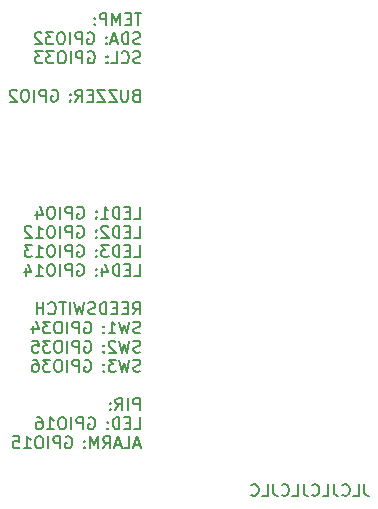
<source format=gbr>
%TF.GenerationSoftware,KiCad,Pcbnew,(7.0.0)*%
%TF.CreationDate,2023-04-02T16:15:30+02:00*%
%TF.ProjectId,QuinLED-ESP32-Breakout,5175696e-4c45-4442-9d45-535033322d42,rev?*%
%TF.SameCoordinates,Original*%
%TF.FileFunction,Legend,Bot*%
%TF.FilePolarity,Positive*%
%FSLAX46Y46*%
G04 Gerber Fmt 4.6, Leading zero omitted, Abs format (unit mm)*
G04 Created by KiCad (PCBNEW (7.0.0)) date 2023-04-02 16:15:30*
%MOMM*%
%LPD*%
G01*
G04 APERTURE LIST*
%ADD10C,0.150000*%
G04 APERTURE END LIST*
D10*
X171181876Y-119668790D02*
X171181876Y-120383076D01*
X171181876Y-120383076D02*
X171229495Y-120525933D01*
X171229495Y-120525933D02*
X171324733Y-120621171D01*
X171324733Y-120621171D02*
X171467590Y-120668790D01*
X171467590Y-120668790D02*
X171562828Y-120668790D01*
X170229495Y-120668790D02*
X170705685Y-120668790D01*
X170705685Y-120668790D02*
X170705685Y-119668790D01*
X169324733Y-120573552D02*
X169372352Y-120621171D01*
X169372352Y-120621171D02*
X169515209Y-120668790D01*
X169515209Y-120668790D02*
X169610447Y-120668790D01*
X169610447Y-120668790D02*
X169753304Y-120621171D01*
X169753304Y-120621171D02*
X169848542Y-120525933D01*
X169848542Y-120525933D02*
X169896161Y-120430695D01*
X169896161Y-120430695D02*
X169943780Y-120240219D01*
X169943780Y-120240219D02*
X169943780Y-120097362D01*
X169943780Y-120097362D02*
X169896161Y-119906886D01*
X169896161Y-119906886D02*
X169848542Y-119811648D01*
X169848542Y-119811648D02*
X169753304Y-119716410D01*
X169753304Y-119716410D02*
X169610447Y-119668790D01*
X169610447Y-119668790D02*
X169515209Y-119668790D01*
X169515209Y-119668790D02*
X169372352Y-119716410D01*
X169372352Y-119716410D02*
X169324733Y-119764029D01*
X168610447Y-119668790D02*
X168610447Y-120383076D01*
X168610447Y-120383076D02*
X168658066Y-120525933D01*
X168658066Y-120525933D02*
X168753304Y-120621171D01*
X168753304Y-120621171D02*
X168896161Y-120668790D01*
X168896161Y-120668790D02*
X168991399Y-120668790D01*
X167658066Y-120668790D02*
X168134256Y-120668790D01*
X168134256Y-120668790D02*
X168134256Y-119668790D01*
X166753304Y-120573552D02*
X166800923Y-120621171D01*
X166800923Y-120621171D02*
X166943780Y-120668790D01*
X166943780Y-120668790D02*
X167039018Y-120668790D01*
X167039018Y-120668790D02*
X167181875Y-120621171D01*
X167181875Y-120621171D02*
X167277113Y-120525933D01*
X167277113Y-120525933D02*
X167324732Y-120430695D01*
X167324732Y-120430695D02*
X167372351Y-120240219D01*
X167372351Y-120240219D02*
X167372351Y-120097362D01*
X167372351Y-120097362D02*
X167324732Y-119906886D01*
X167324732Y-119906886D02*
X167277113Y-119811648D01*
X167277113Y-119811648D02*
X167181875Y-119716410D01*
X167181875Y-119716410D02*
X167039018Y-119668790D01*
X167039018Y-119668790D02*
X166943780Y-119668790D01*
X166943780Y-119668790D02*
X166800923Y-119716410D01*
X166800923Y-119716410D02*
X166753304Y-119764029D01*
X166039018Y-119668790D02*
X166039018Y-120383076D01*
X166039018Y-120383076D02*
X166086637Y-120525933D01*
X166086637Y-120525933D02*
X166181875Y-120621171D01*
X166181875Y-120621171D02*
X166324732Y-120668790D01*
X166324732Y-120668790D02*
X166419970Y-120668790D01*
X165086637Y-120668790D02*
X165562827Y-120668790D01*
X165562827Y-120668790D02*
X165562827Y-119668790D01*
X164181875Y-120573552D02*
X164229494Y-120621171D01*
X164229494Y-120621171D02*
X164372351Y-120668790D01*
X164372351Y-120668790D02*
X164467589Y-120668790D01*
X164467589Y-120668790D02*
X164610446Y-120621171D01*
X164610446Y-120621171D02*
X164705684Y-120525933D01*
X164705684Y-120525933D02*
X164753303Y-120430695D01*
X164753303Y-120430695D02*
X164800922Y-120240219D01*
X164800922Y-120240219D02*
X164800922Y-120097362D01*
X164800922Y-120097362D02*
X164753303Y-119906886D01*
X164753303Y-119906886D02*
X164705684Y-119811648D01*
X164705684Y-119811648D02*
X164610446Y-119716410D01*
X164610446Y-119716410D02*
X164467589Y-119668790D01*
X164467589Y-119668790D02*
X164372351Y-119668790D01*
X164372351Y-119668790D02*
X164229494Y-119716410D01*
X164229494Y-119716410D02*
X164181875Y-119764029D01*
X163467589Y-119668790D02*
X163467589Y-120383076D01*
X163467589Y-120383076D02*
X163515208Y-120525933D01*
X163515208Y-120525933D02*
X163610446Y-120621171D01*
X163610446Y-120621171D02*
X163753303Y-120668790D01*
X163753303Y-120668790D02*
X163848541Y-120668790D01*
X162515208Y-120668790D02*
X162991398Y-120668790D01*
X162991398Y-120668790D02*
X162991398Y-119668790D01*
X161610446Y-120573552D02*
X161658065Y-120621171D01*
X161658065Y-120621171D02*
X161800922Y-120668790D01*
X161800922Y-120668790D02*
X161896160Y-120668790D01*
X161896160Y-120668790D02*
X162039017Y-120621171D01*
X162039017Y-120621171D02*
X162134255Y-120525933D01*
X162134255Y-120525933D02*
X162181874Y-120430695D01*
X162181874Y-120430695D02*
X162229493Y-120240219D01*
X162229493Y-120240219D02*
X162229493Y-120097362D01*
X162229493Y-120097362D02*
X162181874Y-119906886D01*
X162181874Y-119906886D02*
X162134255Y-119811648D01*
X162134255Y-119811648D02*
X162039017Y-119716410D01*
X162039017Y-119716410D02*
X161896160Y-119668790D01*
X161896160Y-119668790D02*
X161800922Y-119668790D01*
X161800922Y-119668790D02*
X161658065Y-119716410D01*
X161658065Y-119716410D02*
X161610446Y-119764029D01*
X151685714Y-97182380D02*
X152161904Y-97182380D01*
X152161904Y-97182380D02*
X152161904Y-96182380D01*
X151352380Y-96658571D02*
X151019047Y-96658571D01*
X150876190Y-97182380D02*
X151352380Y-97182380D01*
X151352380Y-97182380D02*
X151352380Y-96182380D01*
X151352380Y-96182380D02*
X150876190Y-96182380D01*
X150447618Y-97182380D02*
X150447618Y-96182380D01*
X150447618Y-96182380D02*
X150209523Y-96182380D01*
X150209523Y-96182380D02*
X150066666Y-96230000D01*
X150066666Y-96230000D02*
X149971428Y-96325238D01*
X149971428Y-96325238D02*
X149923809Y-96420476D01*
X149923809Y-96420476D02*
X149876190Y-96610952D01*
X149876190Y-96610952D02*
X149876190Y-96753809D01*
X149876190Y-96753809D02*
X149923809Y-96944285D01*
X149923809Y-96944285D02*
X149971428Y-97039523D01*
X149971428Y-97039523D02*
X150066666Y-97134761D01*
X150066666Y-97134761D02*
X150209523Y-97182380D01*
X150209523Y-97182380D02*
X150447618Y-97182380D01*
X148923809Y-97182380D02*
X149495237Y-97182380D01*
X149209523Y-97182380D02*
X149209523Y-96182380D01*
X149209523Y-96182380D02*
X149304761Y-96325238D01*
X149304761Y-96325238D02*
X149399999Y-96420476D01*
X149399999Y-96420476D02*
X149495237Y-96468095D01*
X148495237Y-97087142D02*
X148447618Y-97134761D01*
X148447618Y-97134761D02*
X148495237Y-97182380D01*
X148495237Y-97182380D02*
X148542856Y-97134761D01*
X148542856Y-97134761D02*
X148495237Y-97087142D01*
X148495237Y-97087142D02*
X148495237Y-97182380D01*
X148495237Y-96563333D02*
X148447618Y-96610952D01*
X148447618Y-96610952D02*
X148495237Y-96658571D01*
X148495237Y-96658571D02*
X148542856Y-96610952D01*
X148542856Y-96610952D02*
X148495237Y-96563333D01*
X148495237Y-96563333D02*
X148495237Y-96658571D01*
X146895238Y-96230000D02*
X146990476Y-96182380D01*
X146990476Y-96182380D02*
X147133333Y-96182380D01*
X147133333Y-96182380D02*
X147276190Y-96230000D01*
X147276190Y-96230000D02*
X147371428Y-96325238D01*
X147371428Y-96325238D02*
X147419047Y-96420476D01*
X147419047Y-96420476D02*
X147466666Y-96610952D01*
X147466666Y-96610952D02*
X147466666Y-96753809D01*
X147466666Y-96753809D02*
X147419047Y-96944285D01*
X147419047Y-96944285D02*
X147371428Y-97039523D01*
X147371428Y-97039523D02*
X147276190Y-97134761D01*
X147276190Y-97134761D02*
X147133333Y-97182380D01*
X147133333Y-97182380D02*
X147038095Y-97182380D01*
X147038095Y-97182380D02*
X146895238Y-97134761D01*
X146895238Y-97134761D02*
X146847619Y-97087142D01*
X146847619Y-97087142D02*
X146847619Y-96753809D01*
X146847619Y-96753809D02*
X147038095Y-96753809D01*
X146419047Y-97182380D02*
X146419047Y-96182380D01*
X146419047Y-96182380D02*
X146038095Y-96182380D01*
X146038095Y-96182380D02*
X145942857Y-96230000D01*
X145942857Y-96230000D02*
X145895238Y-96277619D01*
X145895238Y-96277619D02*
X145847619Y-96372857D01*
X145847619Y-96372857D02*
X145847619Y-96515714D01*
X145847619Y-96515714D02*
X145895238Y-96610952D01*
X145895238Y-96610952D02*
X145942857Y-96658571D01*
X145942857Y-96658571D02*
X146038095Y-96706190D01*
X146038095Y-96706190D02*
X146419047Y-96706190D01*
X145419047Y-97182380D02*
X145419047Y-96182380D01*
X144752381Y-96182380D02*
X144561905Y-96182380D01*
X144561905Y-96182380D02*
X144466667Y-96230000D01*
X144466667Y-96230000D02*
X144371429Y-96325238D01*
X144371429Y-96325238D02*
X144323810Y-96515714D01*
X144323810Y-96515714D02*
X144323810Y-96849047D01*
X144323810Y-96849047D02*
X144371429Y-97039523D01*
X144371429Y-97039523D02*
X144466667Y-97134761D01*
X144466667Y-97134761D02*
X144561905Y-97182380D01*
X144561905Y-97182380D02*
X144752381Y-97182380D01*
X144752381Y-97182380D02*
X144847619Y-97134761D01*
X144847619Y-97134761D02*
X144942857Y-97039523D01*
X144942857Y-97039523D02*
X144990476Y-96849047D01*
X144990476Y-96849047D02*
X144990476Y-96515714D01*
X144990476Y-96515714D02*
X144942857Y-96325238D01*
X144942857Y-96325238D02*
X144847619Y-96230000D01*
X144847619Y-96230000D02*
X144752381Y-96182380D01*
X143466667Y-96515714D02*
X143466667Y-97182380D01*
X143704762Y-96134761D02*
X143942857Y-96849047D01*
X143942857Y-96849047D02*
X143323810Y-96849047D01*
X151685714Y-98802380D02*
X152161904Y-98802380D01*
X152161904Y-98802380D02*
X152161904Y-97802380D01*
X151352380Y-98278571D02*
X151019047Y-98278571D01*
X150876190Y-98802380D02*
X151352380Y-98802380D01*
X151352380Y-98802380D02*
X151352380Y-97802380D01*
X151352380Y-97802380D02*
X150876190Y-97802380D01*
X150447618Y-98802380D02*
X150447618Y-97802380D01*
X150447618Y-97802380D02*
X150209523Y-97802380D01*
X150209523Y-97802380D02*
X150066666Y-97850000D01*
X150066666Y-97850000D02*
X149971428Y-97945238D01*
X149971428Y-97945238D02*
X149923809Y-98040476D01*
X149923809Y-98040476D02*
X149876190Y-98230952D01*
X149876190Y-98230952D02*
X149876190Y-98373809D01*
X149876190Y-98373809D02*
X149923809Y-98564285D01*
X149923809Y-98564285D02*
X149971428Y-98659523D01*
X149971428Y-98659523D02*
X150066666Y-98754761D01*
X150066666Y-98754761D02*
X150209523Y-98802380D01*
X150209523Y-98802380D02*
X150447618Y-98802380D01*
X149495237Y-97897619D02*
X149447618Y-97850000D01*
X149447618Y-97850000D02*
X149352380Y-97802380D01*
X149352380Y-97802380D02*
X149114285Y-97802380D01*
X149114285Y-97802380D02*
X149019047Y-97850000D01*
X149019047Y-97850000D02*
X148971428Y-97897619D01*
X148971428Y-97897619D02*
X148923809Y-97992857D01*
X148923809Y-97992857D02*
X148923809Y-98088095D01*
X148923809Y-98088095D02*
X148971428Y-98230952D01*
X148971428Y-98230952D02*
X149542856Y-98802380D01*
X149542856Y-98802380D02*
X148923809Y-98802380D01*
X148495237Y-98707142D02*
X148447618Y-98754761D01*
X148447618Y-98754761D02*
X148495237Y-98802380D01*
X148495237Y-98802380D02*
X148542856Y-98754761D01*
X148542856Y-98754761D02*
X148495237Y-98707142D01*
X148495237Y-98707142D02*
X148495237Y-98802380D01*
X148495237Y-98183333D02*
X148447618Y-98230952D01*
X148447618Y-98230952D02*
X148495237Y-98278571D01*
X148495237Y-98278571D02*
X148542856Y-98230952D01*
X148542856Y-98230952D02*
X148495237Y-98183333D01*
X148495237Y-98183333D02*
X148495237Y-98278571D01*
X146895238Y-97850000D02*
X146990476Y-97802380D01*
X146990476Y-97802380D02*
X147133333Y-97802380D01*
X147133333Y-97802380D02*
X147276190Y-97850000D01*
X147276190Y-97850000D02*
X147371428Y-97945238D01*
X147371428Y-97945238D02*
X147419047Y-98040476D01*
X147419047Y-98040476D02*
X147466666Y-98230952D01*
X147466666Y-98230952D02*
X147466666Y-98373809D01*
X147466666Y-98373809D02*
X147419047Y-98564285D01*
X147419047Y-98564285D02*
X147371428Y-98659523D01*
X147371428Y-98659523D02*
X147276190Y-98754761D01*
X147276190Y-98754761D02*
X147133333Y-98802380D01*
X147133333Y-98802380D02*
X147038095Y-98802380D01*
X147038095Y-98802380D02*
X146895238Y-98754761D01*
X146895238Y-98754761D02*
X146847619Y-98707142D01*
X146847619Y-98707142D02*
X146847619Y-98373809D01*
X146847619Y-98373809D02*
X147038095Y-98373809D01*
X146419047Y-98802380D02*
X146419047Y-97802380D01*
X146419047Y-97802380D02*
X146038095Y-97802380D01*
X146038095Y-97802380D02*
X145942857Y-97850000D01*
X145942857Y-97850000D02*
X145895238Y-97897619D01*
X145895238Y-97897619D02*
X145847619Y-97992857D01*
X145847619Y-97992857D02*
X145847619Y-98135714D01*
X145847619Y-98135714D02*
X145895238Y-98230952D01*
X145895238Y-98230952D02*
X145942857Y-98278571D01*
X145942857Y-98278571D02*
X146038095Y-98326190D01*
X146038095Y-98326190D02*
X146419047Y-98326190D01*
X145419047Y-98802380D02*
X145419047Y-97802380D01*
X144752381Y-97802380D02*
X144561905Y-97802380D01*
X144561905Y-97802380D02*
X144466667Y-97850000D01*
X144466667Y-97850000D02*
X144371429Y-97945238D01*
X144371429Y-97945238D02*
X144323810Y-98135714D01*
X144323810Y-98135714D02*
X144323810Y-98469047D01*
X144323810Y-98469047D02*
X144371429Y-98659523D01*
X144371429Y-98659523D02*
X144466667Y-98754761D01*
X144466667Y-98754761D02*
X144561905Y-98802380D01*
X144561905Y-98802380D02*
X144752381Y-98802380D01*
X144752381Y-98802380D02*
X144847619Y-98754761D01*
X144847619Y-98754761D02*
X144942857Y-98659523D01*
X144942857Y-98659523D02*
X144990476Y-98469047D01*
X144990476Y-98469047D02*
X144990476Y-98135714D01*
X144990476Y-98135714D02*
X144942857Y-97945238D01*
X144942857Y-97945238D02*
X144847619Y-97850000D01*
X144847619Y-97850000D02*
X144752381Y-97802380D01*
X143371429Y-98802380D02*
X143942857Y-98802380D01*
X143657143Y-98802380D02*
X143657143Y-97802380D01*
X143657143Y-97802380D02*
X143752381Y-97945238D01*
X143752381Y-97945238D02*
X143847619Y-98040476D01*
X143847619Y-98040476D02*
X143942857Y-98088095D01*
X142990476Y-97897619D02*
X142942857Y-97850000D01*
X142942857Y-97850000D02*
X142847619Y-97802380D01*
X142847619Y-97802380D02*
X142609524Y-97802380D01*
X142609524Y-97802380D02*
X142514286Y-97850000D01*
X142514286Y-97850000D02*
X142466667Y-97897619D01*
X142466667Y-97897619D02*
X142419048Y-97992857D01*
X142419048Y-97992857D02*
X142419048Y-98088095D01*
X142419048Y-98088095D02*
X142466667Y-98230952D01*
X142466667Y-98230952D02*
X143038095Y-98802380D01*
X143038095Y-98802380D02*
X142419048Y-98802380D01*
X151685714Y-100422380D02*
X152161904Y-100422380D01*
X152161904Y-100422380D02*
X152161904Y-99422380D01*
X151352380Y-99898571D02*
X151019047Y-99898571D01*
X150876190Y-100422380D02*
X151352380Y-100422380D01*
X151352380Y-100422380D02*
X151352380Y-99422380D01*
X151352380Y-99422380D02*
X150876190Y-99422380D01*
X150447618Y-100422380D02*
X150447618Y-99422380D01*
X150447618Y-99422380D02*
X150209523Y-99422380D01*
X150209523Y-99422380D02*
X150066666Y-99470000D01*
X150066666Y-99470000D02*
X149971428Y-99565238D01*
X149971428Y-99565238D02*
X149923809Y-99660476D01*
X149923809Y-99660476D02*
X149876190Y-99850952D01*
X149876190Y-99850952D02*
X149876190Y-99993809D01*
X149876190Y-99993809D02*
X149923809Y-100184285D01*
X149923809Y-100184285D02*
X149971428Y-100279523D01*
X149971428Y-100279523D02*
X150066666Y-100374761D01*
X150066666Y-100374761D02*
X150209523Y-100422380D01*
X150209523Y-100422380D02*
X150447618Y-100422380D01*
X149542856Y-99422380D02*
X148923809Y-99422380D01*
X148923809Y-99422380D02*
X149257142Y-99803333D01*
X149257142Y-99803333D02*
X149114285Y-99803333D01*
X149114285Y-99803333D02*
X149019047Y-99850952D01*
X149019047Y-99850952D02*
X148971428Y-99898571D01*
X148971428Y-99898571D02*
X148923809Y-99993809D01*
X148923809Y-99993809D02*
X148923809Y-100231904D01*
X148923809Y-100231904D02*
X148971428Y-100327142D01*
X148971428Y-100327142D02*
X149019047Y-100374761D01*
X149019047Y-100374761D02*
X149114285Y-100422380D01*
X149114285Y-100422380D02*
X149399999Y-100422380D01*
X149399999Y-100422380D02*
X149495237Y-100374761D01*
X149495237Y-100374761D02*
X149542856Y-100327142D01*
X148495237Y-100327142D02*
X148447618Y-100374761D01*
X148447618Y-100374761D02*
X148495237Y-100422380D01*
X148495237Y-100422380D02*
X148542856Y-100374761D01*
X148542856Y-100374761D02*
X148495237Y-100327142D01*
X148495237Y-100327142D02*
X148495237Y-100422380D01*
X148495237Y-99803333D02*
X148447618Y-99850952D01*
X148447618Y-99850952D02*
X148495237Y-99898571D01*
X148495237Y-99898571D02*
X148542856Y-99850952D01*
X148542856Y-99850952D02*
X148495237Y-99803333D01*
X148495237Y-99803333D02*
X148495237Y-99898571D01*
X146895238Y-99470000D02*
X146990476Y-99422380D01*
X146990476Y-99422380D02*
X147133333Y-99422380D01*
X147133333Y-99422380D02*
X147276190Y-99470000D01*
X147276190Y-99470000D02*
X147371428Y-99565238D01*
X147371428Y-99565238D02*
X147419047Y-99660476D01*
X147419047Y-99660476D02*
X147466666Y-99850952D01*
X147466666Y-99850952D02*
X147466666Y-99993809D01*
X147466666Y-99993809D02*
X147419047Y-100184285D01*
X147419047Y-100184285D02*
X147371428Y-100279523D01*
X147371428Y-100279523D02*
X147276190Y-100374761D01*
X147276190Y-100374761D02*
X147133333Y-100422380D01*
X147133333Y-100422380D02*
X147038095Y-100422380D01*
X147038095Y-100422380D02*
X146895238Y-100374761D01*
X146895238Y-100374761D02*
X146847619Y-100327142D01*
X146847619Y-100327142D02*
X146847619Y-99993809D01*
X146847619Y-99993809D02*
X147038095Y-99993809D01*
X146419047Y-100422380D02*
X146419047Y-99422380D01*
X146419047Y-99422380D02*
X146038095Y-99422380D01*
X146038095Y-99422380D02*
X145942857Y-99470000D01*
X145942857Y-99470000D02*
X145895238Y-99517619D01*
X145895238Y-99517619D02*
X145847619Y-99612857D01*
X145847619Y-99612857D02*
X145847619Y-99755714D01*
X145847619Y-99755714D02*
X145895238Y-99850952D01*
X145895238Y-99850952D02*
X145942857Y-99898571D01*
X145942857Y-99898571D02*
X146038095Y-99946190D01*
X146038095Y-99946190D02*
X146419047Y-99946190D01*
X145419047Y-100422380D02*
X145419047Y-99422380D01*
X144752381Y-99422380D02*
X144561905Y-99422380D01*
X144561905Y-99422380D02*
X144466667Y-99470000D01*
X144466667Y-99470000D02*
X144371429Y-99565238D01*
X144371429Y-99565238D02*
X144323810Y-99755714D01*
X144323810Y-99755714D02*
X144323810Y-100089047D01*
X144323810Y-100089047D02*
X144371429Y-100279523D01*
X144371429Y-100279523D02*
X144466667Y-100374761D01*
X144466667Y-100374761D02*
X144561905Y-100422380D01*
X144561905Y-100422380D02*
X144752381Y-100422380D01*
X144752381Y-100422380D02*
X144847619Y-100374761D01*
X144847619Y-100374761D02*
X144942857Y-100279523D01*
X144942857Y-100279523D02*
X144990476Y-100089047D01*
X144990476Y-100089047D02*
X144990476Y-99755714D01*
X144990476Y-99755714D02*
X144942857Y-99565238D01*
X144942857Y-99565238D02*
X144847619Y-99470000D01*
X144847619Y-99470000D02*
X144752381Y-99422380D01*
X143371429Y-100422380D02*
X143942857Y-100422380D01*
X143657143Y-100422380D02*
X143657143Y-99422380D01*
X143657143Y-99422380D02*
X143752381Y-99565238D01*
X143752381Y-99565238D02*
X143847619Y-99660476D01*
X143847619Y-99660476D02*
X143942857Y-99708095D01*
X143038095Y-99422380D02*
X142419048Y-99422380D01*
X142419048Y-99422380D02*
X142752381Y-99803333D01*
X142752381Y-99803333D02*
X142609524Y-99803333D01*
X142609524Y-99803333D02*
X142514286Y-99850952D01*
X142514286Y-99850952D02*
X142466667Y-99898571D01*
X142466667Y-99898571D02*
X142419048Y-99993809D01*
X142419048Y-99993809D02*
X142419048Y-100231904D01*
X142419048Y-100231904D02*
X142466667Y-100327142D01*
X142466667Y-100327142D02*
X142514286Y-100374761D01*
X142514286Y-100374761D02*
X142609524Y-100422380D01*
X142609524Y-100422380D02*
X142895238Y-100422380D01*
X142895238Y-100422380D02*
X142990476Y-100374761D01*
X142990476Y-100374761D02*
X143038095Y-100327142D01*
X151685714Y-102042380D02*
X152161904Y-102042380D01*
X152161904Y-102042380D02*
X152161904Y-101042380D01*
X151352380Y-101518571D02*
X151019047Y-101518571D01*
X150876190Y-102042380D02*
X151352380Y-102042380D01*
X151352380Y-102042380D02*
X151352380Y-101042380D01*
X151352380Y-101042380D02*
X150876190Y-101042380D01*
X150447618Y-102042380D02*
X150447618Y-101042380D01*
X150447618Y-101042380D02*
X150209523Y-101042380D01*
X150209523Y-101042380D02*
X150066666Y-101090000D01*
X150066666Y-101090000D02*
X149971428Y-101185238D01*
X149971428Y-101185238D02*
X149923809Y-101280476D01*
X149923809Y-101280476D02*
X149876190Y-101470952D01*
X149876190Y-101470952D02*
X149876190Y-101613809D01*
X149876190Y-101613809D02*
X149923809Y-101804285D01*
X149923809Y-101804285D02*
X149971428Y-101899523D01*
X149971428Y-101899523D02*
X150066666Y-101994761D01*
X150066666Y-101994761D02*
X150209523Y-102042380D01*
X150209523Y-102042380D02*
X150447618Y-102042380D01*
X149019047Y-101375714D02*
X149019047Y-102042380D01*
X149257142Y-100994761D02*
X149495237Y-101709047D01*
X149495237Y-101709047D02*
X148876190Y-101709047D01*
X148495237Y-101947142D02*
X148447618Y-101994761D01*
X148447618Y-101994761D02*
X148495237Y-102042380D01*
X148495237Y-102042380D02*
X148542856Y-101994761D01*
X148542856Y-101994761D02*
X148495237Y-101947142D01*
X148495237Y-101947142D02*
X148495237Y-102042380D01*
X148495237Y-101423333D02*
X148447618Y-101470952D01*
X148447618Y-101470952D02*
X148495237Y-101518571D01*
X148495237Y-101518571D02*
X148542856Y-101470952D01*
X148542856Y-101470952D02*
X148495237Y-101423333D01*
X148495237Y-101423333D02*
X148495237Y-101518571D01*
X146895238Y-101090000D02*
X146990476Y-101042380D01*
X146990476Y-101042380D02*
X147133333Y-101042380D01*
X147133333Y-101042380D02*
X147276190Y-101090000D01*
X147276190Y-101090000D02*
X147371428Y-101185238D01*
X147371428Y-101185238D02*
X147419047Y-101280476D01*
X147419047Y-101280476D02*
X147466666Y-101470952D01*
X147466666Y-101470952D02*
X147466666Y-101613809D01*
X147466666Y-101613809D02*
X147419047Y-101804285D01*
X147419047Y-101804285D02*
X147371428Y-101899523D01*
X147371428Y-101899523D02*
X147276190Y-101994761D01*
X147276190Y-101994761D02*
X147133333Y-102042380D01*
X147133333Y-102042380D02*
X147038095Y-102042380D01*
X147038095Y-102042380D02*
X146895238Y-101994761D01*
X146895238Y-101994761D02*
X146847619Y-101947142D01*
X146847619Y-101947142D02*
X146847619Y-101613809D01*
X146847619Y-101613809D02*
X147038095Y-101613809D01*
X146419047Y-102042380D02*
X146419047Y-101042380D01*
X146419047Y-101042380D02*
X146038095Y-101042380D01*
X146038095Y-101042380D02*
X145942857Y-101090000D01*
X145942857Y-101090000D02*
X145895238Y-101137619D01*
X145895238Y-101137619D02*
X145847619Y-101232857D01*
X145847619Y-101232857D02*
X145847619Y-101375714D01*
X145847619Y-101375714D02*
X145895238Y-101470952D01*
X145895238Y-101470952D02*
X145942857Y-101518571D01*
X145942857Y-101518571D02*
X146038095Y-101566190D01*
X146038095Y-101566190D02*
X146419047Y-101566190D01*
X145419047Y-102042380D02*
X145419047Y-101042380D01*
X144752381Y-101042380D02*
X144561905Y-101042380D01*
X144561905Y-101042380D02*
X144466667Y-101090000D01*
X144466667Y-101090000D02*
X144371429Y-101185238D01*
X144371429Y-101185238D02*
X144323810Y-101375714D01*
X144323810Y-101375714D02*
X144323810Y-101709047D01*
X144323810Y-101709047D02*
X144371429Y-101899523D01*
X144371429Y-101899523D02*
X144466667Y-101994761D01*
X144466667Y-101994761D02*
X144561905Y-102042380D01*
X144561905Y-102042380D02*
X144752381Y-102042380D01*
X144752381Y-102042380D02*
X144847619Y-101994761D01*
X144847619Y-101994761D02*
X144942857Y-101899523D01*
X144942857Y-101899523D02*
X144990476Y-101709047D01*
X144990476Y-101709047D02*
X144990476Y-101375714D01*
X144990476Y-101375714D02*
X144942857Y-101185238D01*
X144942857Y-101185238D02*
X144847619Y-101090000D01*
X144847619Y-101090000D02*
X144752381Y-101042380D01*
X143371429Y-102042380D02*
X143942857Y-102042380D01*
X143657143Y-102042380D02*
X143657143Y-101042380D01*
X143657143Y-101042380D02*
X143752381Y-101185238D01*
X143752381Y-101185238D02*
X143847619Y-101280476D01*
X143847619Y-101280476D02*
X143942857Y-101328095D01*
X142514286Y-101375714D02*
X142514286Y-102042380D01*
X142752381Y-100994761D02*
X142990476Y-101709047D01*
X142990476Y-101709047D02*
X142371429Y-101709047D01*
X151590476Y-105282380D02*
X151923809Y-104806190D01*
X152161904Y-105282380D02*
X152161904Y-104282380D01*
X152161904Y-104282380D02*
X151780952Y-104282380D01*
X151780952Y-104282380D02*
X151685714Y-104330000D01*
X151685714Y-104330000D02*
X151638095Y-104377619D01*
X151638095Y-104377619D02*
X151590476Y-104472857D01*
X151590476Y-104472857D02*
X151590476Y-104615714D01*
X151590476Y-104615714D02*
X151638095Y-104710952D01*
X151638095Y-104710952D02*
X151685714Y-104758571D01*
X151685714Y-104758571D02*
X151780952Y-104806190D01*
X151780952Y-104806190D02*
X152161904Y-104806190D01*
X151161904Y-104758571D02*
X150828571Y-104758571D01*
X150685714Y-105282380D02*
X151161904Y-105282380D01*
X151161904Y-105282380D02*
X151161904Y-104282380D01*
X151161904Y-104282380D02*
X150685714Y-104282380D01*
X150257142Y-104758571D02*
X149923809Y-104758571D01*
X149780952Y-105282380D02*
X150257142Y-105282380D01*
X150257142Y-105282380D02*
X150257142Y-104282380D01*
X150257142Y-104282380D02*
X149780952Y-104282380D01*
X149352380Y-105282380D02*
X149352380Y-104282380D01*
X149352380Y-104282380D02*
X149114285Y-104282380D01*
X149114285Y-104282380D02*
X148971428Y-104330000D01*
X148971428Y-104330000D02*
X148876190Y-104425238D01*
X148876190Y-104425238D02*
X148828571Y-104520476D01*
X148828571Y-104520476D02*
X148780952Y-104710952D01*
X148780952Y-104710952D02*
X148780952Y-104853809D01*
X148780952Y-104853809D02*
X148828571Y-105044285D01*
X148828571Y-105044285D02*
X148876190Y-105139523D01*
X148876190Y-105139523D02*
X148971428Y-105234761D01*
X148971428Y-105234761D02*
X149114285Y-105282380D01*
X149114285Y-105282380D02*
X149352380Y-105282380D01*
X148399999Y-105234761D02*
X148257142Y-105282380D01*
X148257142Y-105282380D02*
X148019047Y-105282380D01*
X148019047Y-105282380D02*
X147923809Y-105234761D01*
X147923809Y-105234761D02*
X147876190Y-105187142D01*
X147876190Y-105187142D02*
X147828571Y-105091904D01*
X147828571Y-105091904D02*
X147828571Y-104996666D01*
X147828571Y-104996666D02*
X147876190Y-104901428D01*
X147876190Y-104901428D02*
X147923809Y-104853809D01*
X147923809Y-104853809D02*
X148019047Y-104806190D01*
X148019047Y-104806190D02*
X148209523Y-104758571D01*
X148209523Y-104758571D02*
X148304761Y-104710952D01*
X148304761Y-104710952D02*
X148352380Y-104663333D01*
X148352380Y-104663333D02*
X148399999Y-104568095D01*
X148399999Y-104568095D02*
X148399999Y-104472857D01*
X148399999Y-104472857D02*
X148352380Y-104377619D01*
X148352380Y-104377619D02*
X148304761Y-104330000D01*
X148304761Y-104330000D02*
X148209523Y-104282380D01*
X148209523Y-104282380D02*
X147971428Y-104282380D01*
X147971428Y-104282380D02*
X147828571Y-104330000D01*
X147495237Y-104282380D02*
X147257142Y-105282380D01*
X147257142Y-105282380D02*
X147066666Y-104568095D01*
X147066666Y-104568095D02*
X146876190Y-105282380D01*
X146876190Y-105282380D02*
X146638095Y-104282380D01*
X146257142Y-105282380D02*
X146257142Y-104282380D01*
X145923809Y-104282380D02*
X145352381Y-104282380D01*
X145638095Y-105282380D02*
X145638095Y-104282380D01*
X144447619Y-105187142D02*
X144495238Y-105234761D01*
X144495238Y-105234761D02*
X144638095Y-105282380D01*
X144638095Y-105282380D02*
X144733333Y-105282380D01*
X144733333Y-105282380D02*
X144876190Y-105234761D01*
X144876190Y-105234761D02*
X144971428Y-105139523D01*
X144971428Y-105139523D02*
X145019047Y-105044285D01*
X145019047Y-105044285D02*
X145066666Y-104853809D01*
X145066666Y-104853809D02*
X145066666Y-104710952D01*
X145066666Y-104710952D02*
X145019047Y-104520476D01*
X145019047Y-104520476D02*
X144971428Y-104425238D01*
X144971428Y-104425238D02*
X144876190Y-104330000D01*
X144876190Y-104330000D02*
X144733333Y-104282380D01*
X144733333Y-104282380D02*
X144638095Y-104282380D01*
X144638095Y-104282380D02*
X144495238Y-104330000D01*
X144495238Y-104330000D02*
X144447619Y-104377619D01*
X144019047Y-105282380D02*
X144019047Y-104282380D01*
X144019047Y-104758571D02*
X143447619Y-104758571D01*
X143447619Y-105282380D02*
X143447619Y-104282380D01*
X152209523Y-106854761D02*
X152066666Y-106902380D01*
X152066666Y-106902380D02*
X151828571Y-106902380D01*
X151828571Y-106902380D02*
X151733333Y-106854761D01*
X151733333Y-106854761D02*
X151685714Y-106807142D01*
X151685714Y-106807142D02*
X151638095Y-106711904D01*
X151638095Y-106711904D02*
X151638095Y-106616666D01*
X151638095Y-106616666D02*
X151685714Y-106521428D01*
X151685714Y-106521428D02*
X151733333Y-106473809D01*
X151733333Y-106473809D02*
X151828571Y-106426190D01*
X151828571Y-106426190D02*
X152019047Y-106378571D01*
X152019047Y-106378571D02*
X152114285Y-106330952D01*
X152114285Y-106330952D02*
X152161904Y-106283333D01*
X152161904Y-106283333D02*
X152209523Y-106188095D01*
X152209523Y-106188095D02*
X152209523Y-106092857D01*
X152209523Y-106092857D02*
X152161904Y-105997619D01*
X152161904Y-105997619D02*
X152114285Y-105950000D01*
X152114285Y-105950000D02*
X152019047Y-105902380D01*
X152019047Y-105902380D02*
X151780952Y-105902380D01*
X151780952Y-105902380D02*
X151638095Y-105950000D01*
X151304761Y-105902380D02*
X151066666Y-106902380D01*
X151066666Y-106902380D02*
X150876190Y-106188095D01*
X150876190Y-106188095D02*
X150685714Y-106902380D01*
X150685714Y-106902380D02*
X150447619Y-105902380D01*
X149542857Y-106902380D02*
X150114285Y-106902380D01*
X149828571Y-106902380D02*
X149828571Y-105902380D01*
X149828571Y-105902380D02*
X149923809Y-106045238D01*
X149923809Y-106045238D02*
X150019047Y-106140476D01*
X150019047Y-106140476D02*
X150114285Y-106188095D01*
X149114285Y-106807142D02*
X149066666Y-106854761D01*
X149066666Y-106854761D02*
X149114285Y-106902380D01*
X149114285Y-106902380D02*
X149161904Y-106854761D01*
X149161904Y-106854761D02*
X149114285Y-106807142D01*
X149114285Y-106807142D02*
X149114285Y-106902380D01*
X149114285Y-106283333D02*
X149066666Y-106330952D01*
X149066666Y-106330952D02*
X149114285Y-106378571D01*
X149114285Y-106378571D02*
X149161904Y-106330952D01*
X149161904Y-106330952D02*
X149114285Y-106283333D01*
X149114285Y-106283333D02*
X149114285Y-106378571D01*
X147514286Y-105950000D02*
X147609524Y-105902380D01*
X147609524Y-105902380D02*
X147752381Y-105902380D01*
X147752381Y-105902380D02*
X147895238Y-105950000D01*
X147895238Y-105950000D02*
X147990476Y-106045238D01*
X147990476Y-106045238D02*
X148038095Y-106140476D01*
X148038095Y-106140476D02*
X148085714Y-106330952D01*
X148085714Y-106330952D02*
X148085714Y-106473809D01*
X148085714Y-106473809D02*
X148038095Y-106664285D01*
X148038095Y-106664285D02*
X147990476Y-106759523D01*
X147990476Y-106759523D02*
X147895238Y-106854761D01*
X147895238Y-106854761D02*
X147752381Y-106902380D01*
X147752381Y-106902380D02*
X147657143Y-106902380D01*
X147657143Y-106902380D02*
X147514286Y-106854761D01*
X147514286Y-106854761D02*
X147466667Y-106807142D01*
X147466667Y-106807142D02*
X147466667Y-106473809D01*
X147466667Y-106473809D02*
X147657143Y-106473809D01*
X147038095Y-106902380D02*
X147038095Y-105902380D01*
X147038095Y-105902380D02*
X146657143Y-105902380D01*
X146657143Y-105902380D02*
X146561905Y-105950000D01*
X146561905Y-105950000D02*
X146514286Y-105997619D01*
X146514286Y-105997619D02*
X146466667Y-106092857D01*
X146466667Y-106092857D02*
X146466667Y-106235714D01*
X146466667Y-106235714D02*
X146514286Y-106330952D01*
X146514286Y-106330952D02*
X146561905Y-106378571D01*
X146561905Y-106378571D02*
X146657143Y-106426190D01*
X146657143Y-106426190D02*
X147038095Y-106426190D01*
X146038095Y-106902380D02*
X146038095Y-105902380D01*
X145371429Y-105902380D02*
X145180953Y-105902380D01*
X145180953Y-105902380D02*
X145085715Y-105950000D01*
X145085715Y-105950000D02*
X144990477Y-106045238D01*
X144990477Y-106045238D02*
X144942858Y-106235714D01*
X144942858Y-106235714D02*
X144942858Y-106569047D01*
X144942858Y-106569047D02*
X144990477Y-106759523D01*
X144990477Y-106759523D02*
X145085715Y-106854761D01*
X145085715Y-106854761D02*
X145180953Y-106902380D01*
X145180953Y-106902380D02*
X145371429Y-106902380D01*
X145371429Y-106902380D02*
X145466667Y-106854761D01*
X145466667Y-106854761D02*
X145561905Y-106759523D01*
X145561905Y-106759523D02*
X145609524Y-106569047D01*
X145609524Y-106569047D02*
X145609524Y-106235714D01*
X145609524Y-106235714D02*
X145561905Y-106045238D01*
X145561905Y-106045238D02*
X145466667Y-105950000D01*
X145466667Y-105950000D02*
X145371429Y-105902380D01*
X144609524Y-105902380D02*
X143990477Y-105902380D01*
X143990477Y-105902380D02*
X144323810Y-106283333D01*
X144323810Y-106283333D02*
X144180953Y-106283333D01*
X144180953Y-106283333D02*
X144085715Y-106330952D01*
X144085715Y-106330952D02*
X144038096Y-106378571D01*
X144038096Y-106378571D02*
X143990477Y-106473809D01*
X143990477Y-106473809D02*
X143990477Y-106711904D01*
X143990477Y-106711904D02*
X144038096Y-106807142D01*
X144038096Y-106807142D02*
X144085715Y-106854761D01*
X144085715Y-106854761D02*
X144180953Y-106902380D01*
X144180953Y-106902380D02*
X144466667Y-106902380D01*
X144466667Y-106902380D02*
X144561905Y-106854761D01*
X144561905Y-106854761D02*
X144609524Y-106807142D01*
X143133334Y-106235714D02*
X143133334Y-106902380D01*
X143371429Y-105854761D02*
X143609524Y-106569047D01*
X143609524Y-106569047D02*
X142990477Y-106569047D01*
X152209523Y-108474761D02*
X152066666Y-108522380D01*
X152066666Y-108522380D02*
X151828571Y-108522380D01*
X151828571Y-108522380D02*
X151733333Y-108474761D01*
X151733333Y-108474761D02*
X151685714Y-108427142D01*
X151685714Y-108427142D02*
X151638095Y-108331904D01*
X151638095Y-108331904D02*
X151638095Y-108236666D01*
X151638095Y-108236666D02*
X151685714Y-108141428D01*
X151685714Y-108141428D02*
X151733333Y-108093809D01*
X151733333Y-108093809D02*
X151828571Y-108046190D01*
X151828571Y-108046190D02*
X152019047Y-107998571D01*
X152019047Y-107998571D02*
X152114285Y-107950952D01*
X152114285Y-107950952D02*
X152161904Y-107903333D01*
X152161904Y-107903333D02*
X152209523Y-107808095D01*
X152209523Y-107808095D02*
X152209523Y-107712857D01*
X152209523Y-107712857D02*
X152161904Y-107617619D01*
X152161904Y-107617619D02*
X152114285Y-107570000D01*
X152114285Y-107570000D02*
X152019047Y-107522380D01*
X152019047Y-107522380D02*
X151780952Y-107522380D01*
X151780952Y-107522380D02*
X151638095Y-107570000D01*
X151304761Y-107522380D02*
X151066666Y-108522380D01*
X151066666Y-108522380D02*
X150876190Y-107808095D01*
X150876190Y-107808095D02*
X150685714Y-108522380D01*
X150685714Y-108522380D02*
X150447619Y-107522380D01*
X150114285Y-107617619D02*
X150066666Y-107570000D01*
X150066666Y-107570000D02*
X149971428Y-107522380D01*
X149971428Y-107522380D02*
X149733333Y-107522380D01*
X149733333Y-107522380D02*
X149638095Y-107570000D01*
X149638095Y-107570000D02*
X149590476Y-107617619D01*
X149590476Y-107617619D02*
X149542857Y-107712857D01*
X149542857Y-107712857D02*
X149542857Y-107808095D01*
X149542857Y-107808095D02*
X149590476Y-107950952D01*
X149590476Y-107950952D02*
X150161904Y-108522380D01*
X150161904Y-108522380D02*
X149542857Y-108522380D01*
X149114285Y-108427142D02*
X149066666Y-108474761D01*
X149066666Y-108474761D02*
X149114285Y-108522380D01*
X149114285Y-108522380D02*
X149161904Y-108474761D01*
X149161904Y-108474761D02*
X149114285Y-108427142D01*
X149114285Y-108427142D02*
X149114285Y-108522380D01*
X149114285Y-107903333D02*
X149066666Y-107950952D01*
X149066666Y-107950952D02*
X149114285Y-107998571D01*
X149114285Y-107998571D02*
X149161904Y-107950952D01*
X149161904Y-107950952D02*
X149114285Y-107903333D01*
X149114285Y-107903333D02*
X149114285Y-107998571D01*
X147514286Y-107570000D02*
X147609524Y-107522380D01*
X147609524Y-107522380D02*
X147752381Y-107522380D01*
X147752381Y-107522380D02*
X147895238Y-107570000D01*
X147895238Y-107570000D02*
X147990476Y-107665238D01*
X147990476Y-107665238D02*
X148038095Y-107760476D01*
X148038095Y-107760476D02*
X148085714Y-107950952D01*
X148085714Y-107950952D02*
X148085714Y-108093809D01*
X148085714Y-108093809D02*
X148038095Y-108284285D01*
X148038095Y-108284285D02*
X147990476Y-108379523D01*
X147990476Y-108379523D02*
X147895238Y-108474761D01*
X147895238Y-108474761D02*
X147752381Y-108522380D01*
X147752381Y-108522380D02*
X147657143Y-108522380D01*
X147657143Y-108522380D02*
X147514286Y-108474761D01*
X147514286Y-108474761D02*
X147466667Y-108427142D01*
X147466667Y-108427142D02*
X147466667Y-108093809D01*
X147466667Y-108093809D02*
X147657143Y-108093809D01*
X147038095Y-108522380D02*
X147038095Y-107522380D01*
X147038095Y-107522380D02*
X146657143Y-107522380D01*
X146657143Y-107522380D02*
X146561905Y-107570000D01*
X146561905Y-107570000D02*
X146514286Y-107617619D01*
X146514286Y-107617619D02*
X146466667Y-107712857D01*
X146466667Y-107712857D02*
X146466667Y-107855714D01*
X146466667Y-107855714D02*
X146514286Y-107950952D01*
X146514286Y-107950952D02*
X146561905Y-107998571D01*
X146561905Y-107998571D02*
X146657143Y-108046190D01*
X146657143Y-108046190D02*
X147038095Y-108046190D01*
X146038095Y-108522380D02*
X146038095Y-107522380D01*
X145371429Y-107522380D02*
X145180953Y-107522380D01*
X145180953Y-107522380D02*
X145085715Y-107570000D01*
X145085715Y-107570000D02*
X144990477Y-107665238D01*
X144990477Y-107665238D02*
X144942858Y-107855714D01*
X144942858Y-107855714D02*
X144942858Y-108189047D01*
X144942858Y-108189047D02*
X144990477Y-108379523D01*
X144990477Y-108379523D02*
X145085715Y-108474761D01*
X145085715Y-108474761D02*
X145180953Y-108522380D01*
X145180953Y-108522380D02*
X145371429Y-108522380D01*
X145371429Y-108522380D02*
X145466667Y-108474761D01*
X145466667Y-108474761D02*
X145561905Y-108379523D01*
X145561905Y-108379523D02*
X145609524Y-108189047D01*
X145609524Y-108189047D02*
X145609524Y-107855714D01*
X145609524Y-107855714D02*
X145561905Y-107665238D01*
X145561905Y-107665238D02*
X145466667Y-107570000D01*
X145466667Y-107570000D02*
X145371429Y-107522380D01*
X144609524Y-107522380D02*
X143990477Y-107522380D01*
X143990477Y-107522380D02*
X144323810Y-107903333D01*
X144323810Y-107903333D02*
X144180953Y-107903333D01*
X144180953Y-107903333D02*
X144085715Y-107950952D01*
X144085715Y-107950952D02*
X144038096Y-107998571D01*
X144038096Y-107998571D02*
X143990477Y-108093809D01*
X143990477Y-108093809D02*
X143990477Y-108331904D01*
X143990477Y-108331904D02*
X144038096Y-108427142D01*
X144038096Y-108427142D02*
X144085715Y-108474761D01*
X144085715Y-108474761D02*
X144180953Y-108522380D01*
X144180953Y-108522380D02*
X144466667Y-108522380D01*
X144466667Y-108522380D02*
X144561905Y-108474761D01*
X144561905Y-108474761D02*
X144609524Y-108427142D01*
X143085715Y-107522380D02*
X143561905Y-107522380D01*
X143561905Y-107522380D02*
X143609524Y-107998571D01*
X143609524Y-107998571D02*
X143561905Y-107950952D01*
X143561905Y-107950952D02*
X143466667Y-107903333D01*
X143466667Y-107903333D02*
X143228572Y-107903333D01*
X143228572Y-107903333D02*
X143133334Y-107950952D01*
X143133334Y-107950952D02*
X143085715Y-107998571D01*
X143085715Y-107998571D02*
X143038096Y-108093809D01*
X143038096Y-108093809D02*
X143038096Y-108331904D01*
X143038096Y-108331904D02*
X143085715Y-108427142D01*
X143085715Y-108427142D02*
X143133334Y-108474761D01*
X143133334Y-108474761D02*
X143228572Y-108522380D01*
X143228572Y-108522380D02*
X143466667Y-108522380D01*
X143466667Y-108522380D02*
X143561905Y-108474761D01*
X143561905Y-108474761D02*
X143609524Y-108427142D01*
X152209523Y-110094761D02*
X152066666Y-110142380D01*
X152066666Y-110142380D02*
X151828571Y-110142380D01*
X151828571Y-110142380D02*
X151733333Y-110094761D01*
X151733333Y-110094761D02*
X151685714Y-110047142D01*
X151685714Y-110047142D02*
X151638095Y-109951904D01*
X151638095Y-109951904D02*
X151638095Y-109856666D01*
X151638095Y-109856666D02*
X151685714Y-109761428D01*
X151685714Y-109761428D02*
X151733333Y-109713809D01*
X151733333Y-109713809D02*
X151828571Y-109666190D01*
X151828571Y-109666190D02*
X152019047Y-109618571D01*
X152019047Y-109618571D02*
X152114285Y-109570952D01*
X152114285Y-109570952D02*
X152161904Y-109523333D01*
X152161904Y-109523333D02*
X152209523Y-109428095D01*
X152209523Y-109428095D02*
X152209523Y-109332857D01*
X152209523Y-109332857D02*
X152161904Y-109237619D01*
X152161904Y-109237619D02*
X152114285Y-109190000D01*
X152114285Y-109190000D02*
X152019047Y-109142380D01*
X152019047Y-109142380D02*
X151780952Y-109142380D01*
X151780952Y-109142380D02*
X151638095Y-109190000D01*
X151304761Y-109142380D02*
X151066666Y-110142380D01*
X151066666Y-110142380D02*
X150876190Y-109428095D01*
X150876190Y-109428095D02*
X150685714Y-110142380D01*
X150685714Y-110142380D02*
X150447619Y-109142380D01*
X150161904Y-109142380D02*
X149542857Y-109142380D01*
X149542857Y-109142380D02*
X149876190Y-109523333D01*
X149876190Y-109523333D02*
X149733333Y-109523333D01*
X149733333Y-109523333D02*
X149638095Y-109570952D01*
X149638095Y-109570952D02*
X149590476Y-109618571D01*
X149590476Y-109618571D02*
X149542857Y-109713809D01*
X149542857Y-109713809D02*
X149542857Y-109951904D01*
X149542857Y-109951904D02*
X149590476Y-110047142D01*
X149590476Y-110047142D02*
X149638095Y-110094761D01*
X149638095Y-110094761D02*
X149733333Y-110142380D01*
X149733333Y-110142380D02*
X150019047Y-110142380D01*
X150019047Y-110142380D02*
X150114285Y-110094761D01*
X150114285Y-110094761D02*
X150161904Y-110047142D01*
X149114285Y-110047142D02*
X149066666Y-110094761D01*
X149066666Y-110094761D02*
X149114285Y-110142380D01*
X149114285Y-110142380D02*
X149161904Y-110094761D01*
X149161904Y-110094761D02*
X149114285Y-110047142D01*
X149114285Y-110047142D02*
X149114285Y-110142380D01*
X149114285Y-109523333D02*
X149066666Y-109570952D01*
X149066666Y-109570952D02*
X149114285Y-109618571D01*
X149114285Y-109618571D02*
X149161904Y-109570952D01*
X149161904Y-109570952D02*
X149114285Y-109523333D01*
X149114285Y-109523333D02*
X149114285Y-109618571D01*
X147514286Y-109190000D02*
X147609524Y-109142380D01*
X147609524Y-109142380D02*
X147752381Y-109142380D01*
X147752381Y-109142380D02*
X147895238Y-109190000D01*
X147895238Y-109190000D02*
X147990476Y-109285238D01*
X147990476Y-109285238D02*
X148038095Y-109380476D01*
X148038095Y-109380476D02*
X148085714Y-109570952D01*
X148085714Y-109570952D02*
X148085714Y-109713809D01*
X148085714Y-109713809D02*
X148038095Y-109904285D01*
X148038095Y-109904285D02*
X147990476Y-109999523D01*
X147990476Y-109999523D02*
X147895238Y-110094761D01*
X147895238Y-110094761D02*
X147752381Y-110142380D01*
X147752381Y-110142380D02*
X147657143Y-110142380D01*
X147657143Y-110142380D02*
X147514286Y-110094761D01*
X147514286Y-110094761D02*
X147466667Y-110047142D01*
X147466667Y-110047142D02*
X147466667Y-109713809D01*
X147466667Y-109713809D02*
X147657143Y-109713809D01*
X147038095Y-110142380D02*
X147038095Y-109142380D01*
X147038095Y-109142380D02*
X146657143Y-109142380D01*
X146657143Y-109142380D02*
X146561905Y-109190000D01*
X146561905Y-109190000D02*
X146514286Y-109237619D01*
X146514286Y-109237619D02*
X146466667Y-109332857D01*
X146466667Y-109332857D02*
X146466667Y-109475714D01*
X146466667Y-109475714D02*
X146514286Y-109570952D01*
X146514286Y-109570952D02*
X146561905Y-109618571D01*
X146561905Y-109618571D02*
X146657143Y-109666190D01*
X146657143Y-109666190D02*
X147038095Y-109666190D01*
X146038095Y-110142380D02*
X146038095Y-109142380D01*
X145371429Y-109142380D02*
X145180953Y-109142380D01*
X145180953Y-109142380D02*
X145085715Y-109190000D01*
X145085715Y-109190000D02*
X144990477Y-109285238D01*
X144990477Y-109285238D02*
X144942858Y-109475714D01*
X144942858Y-109475714D02*
X144942858Y-109809047D01*
X144942858Y-109809047D02*
X144990477Y-109999523D01*
X144990477Y-109999523D02*
X145085715Y-110094761D01*
X145085715Y-110094761D02*
X145180953Y-110142380D01*
X145180953Y-110142380D02*
X145371429Y-110142380D01*
X145371429Y-110142380D02*
X145466667Y-110094761D01*
X145466667Y-110094761D02*
X145561905Y-109999523D01*
X145561905Y-109999523D02*
X145609524Y-109809047D01*
X145609524Y-109809047D02*
X145609524Y-109475714D01*
X145609524Y-109475714D02*
X145561905Y-109285238D01*
X145561905Y-109285238D02*
X145466667Y-109190000D01*
X145466667Y-109190000D02*
X145371429Y-109142380D01*
X144609524Y-109142380D02*
X143990477Y-109142380D01*
X143990477Y-109142380D02*
X144323810Y-109523333D01*
X144323810Y-109523333D02*
X144180953Y-109523333D01*
X144180953Y-109523333D02*
X144085715Y-109570952D01*
X144085715Y-109570952D02*
X144038096Y-109618571D01*
X144038096Y-109618571D02*
X143990477Y-109713809D01*
X143990477Y-109713809D02*
X143990477Y-109951904D01*
X143990477Y-109951904D02*
X144038096Y-110047142D01*
X144038096Y-110047142D02*
X144085715Y-110094761D01*
X144085715Y-110094761D02*
X144180953Y-110142380D01*
X144180953Y-110142380D02*
X144466667Y-110142380D01*
X144466667Y-110142380D02*
X144561905Y-110094761D01*
X144561905Y-110094761D02*
X144609524Y-110047142D01*
X143133334Y-109142380D02*
X143323810Y-109142380D01*
X143323810Y-109142380D02*
X143419048Y-109190000D01*
X143419048Y-109190000D02*
X143466667Y-109237619D01*
X143466667Y-109237619D02*
X143561905Y-109380476D01*
X143561905Y-109380476D02*
X143609524Y-109570952D01*
X143609524Y-109570952D02*
X143609524Y-109951904D01*
X143609524Y-109951904D02*
X143561905Y-110047142D01*
X143561905Y-110047142D02*
X143514286Y-110094761D01*
X143514286Y-110094761D02*
X143419048Y-110142380D01*
X143419048Y-110142380D02*
X143228572Y-110142380D01*
X143228572Y-110142380D02*
X143133334Y-110094761D01*
X143133334Y-110094761D02*
X143085715Y-110047142D01*
X143085715Y-110047142D02*
X143038096Y-109951904D01*
X143038096Y-109951904D02*
X143038096Y-109713809D01*
X143038096Y-109713809D02*
X143085715Y-109618571D01*
X143085715Y-109618571D02*
X143133334Y-109570952D01*
X143133334Y-109570952D02*
X143228572Y-109523333D01*
X143228572Y-109523333D02*
X143419048Y-109523333D01*
X143419048Y-109523333D02*
X143514286Y-109570952D01*
X143514286Y-109570952D02*
X143561905Y-109618571D01*
X143561905Y-109618571D02*
X143609524Y-109713809D01*
X152161904Y-113382380D02*
X152161904Y-112382380D01*
X152161904Y-112382380D02*
X151780952Y-112382380D01*
X151780952Y-112382380D02*
X151685714Y-112430000D01*
X151685714Y-112430000D02*
X151638095Y-112477619D01*
X151638095Y-112477619D02*
X151590476Y-112572857D01*
X151590476Y-112572857D02*
X151590476Y-112715714D01*
X151590476Y-112715714D02*
X151638095Y-112810952D01*
X151638095Y-112810952D02*
X151685714Y-112858571D01*
X151685714Y-112858571D02*
X151780952Y-112906190D01*
X151780952Y-112906190D02*
X152161904Y-112906190D01*
X151161904Y-113382380D02*
X151161904Y-112382380D01*
X150114286Y-113382380D02*
X150447619Y-112906190D01*
X150685714Y-113382380D02*
X150685714Y-112382380D01*
X150685714Y-112382380D02*
X150304762Y-112382380D01*
X150304762Y-112382380D02*
X150209524Y-112430000D01*
X150209524Y-112430000D02*
X150161905Y-112477619D01*
X150161905Y-112477619D02*
X150114286Y-112572857D01*
X150114286Y-112572857D02*
X150114286Y-112715714D01*
X150114286Y-112715714D02*
X150161905Y-112810952D01*
X150161905Y-112810952D02*
X150209524Y-112858571D01*
X150209524Y-112858571D02*
X150304762Y-112906190D01*
X150304762Y-112906190D02*
X150685714Y-112906190D01*
X149685714Y-113287142D02*
X149638095Y-113334761D01*
X149638095Y-113334761D02*
X149685714Y-113382380D01*
X149685714Y-113382380D02*
X149733333Y-113334761D01*
X149733333Y-113334761D02*
X149685714Y-113287142D01*
X149685714Y-113287142D02*
X149685714Y-113382380D01*
X149685714Y-112763333D02*
X149638095Y-112810952D01*
X149638095Y-112810952D02*
X149685714Y-112858571D01*
X149685714Y-112858571D02*
X149733333Y-112810952D01*
X149733333Y-112810952D02*
X149685714Y-112763333D01*
X149685714Y-112763333D02*
X149685714Y-112858571D01*
X151685714Y-115002380D02*
X152161904Y-115002380D01*
X152161904Y-115002380D02*
X152161904Y-114002380D01*
X151352380Y-114478571D02*
X151019047Y-114478571D01*
X150876190Y-115002380D02*
X151352380Y-115002380D01*
X151352380Y-115002380D02*
X151352380Y-114002380D01*
X151352380Y-114002380D02*
X150876190Y-114002380D01*
X150447618Y-115002380D02*
X150447618Y-114002380D01*
X150447618Y-114002380D02*
X150209523Y-114002380D01*
X150209523Y-114002380D02*
X150066666Y-114050000D01*
X150066666Y-114050000D02*
X149971428Y-114145238D01*
X149971428Y-114145238D02*
X149923809Y-114240476D01*
X149923809Y-114240476D02*
X149876190Y-114430952D01*
X149876190Y-114430952D02*
X149876190Y-114573809D01*
X149876190Y-114573809D02*
X149923809Y-114764285D01*
X149923809Y-114764285D02*
X149971428Y-114859523D01*
X149971428Y-114859523D02*
X150066666Y-114954761D01*
X150066666Y-114954761D02*
X150209523Y-115002380D01*
X150209523Y-115002380D02*
X150447618Y-115002380D01*
X149447618Y-114907142D02*
X149399999Y-114954761D01*
X149399999Y-114954761D02*
X149447618Y-115002380D01*
X149447618Y-115002380D02*
X149495237Y-114954761D01*
X149495237Y-114954761D02*
X149447618Y-114907142D01*
X149447618Y-114907142D02*
X149447618Y-115002380D01*
X149447618Y-114383333D02*
X149399999Y-114430952D01*
X149399999Y-114430952D02*
X149447618Y-114478571D01*
X149447618Y-114478571D02*
X149495237Y-114430952D01*
X149495237Y-114430952D02*
X149447618Y-114383333D01*
X149447618Y-114383333D02*
X149447618Y-114478571D01*
X147847619Y-114050000D02*
X147942857Y-114002380D01*
X147942857Y-114002380D02*
X148085714Y-114002380D01*
X148085714Y-114002380D02*
X148228571Y-114050000D01*
X148228571Y-114050000D02*
X148323809Y-114145238D01*
X148323809Y-114145238D02*
X148371428Y-114240476D01*
X148371428Y-114240476D02*
X148419047Y-114430952D01*
X148419047Y-114430952D02*
X148419047Y-114573809D01*
X148419047Y-114573809D02*
X148371428Y-114764285D01*
X148371428Y-114764285D02*
X148323809Y-114859523D01*
X148323809Y-114859523D02*
X148228571Y-114954761D01*
X148228571Y-114954761D02*
X148085714Y-115002380D01*
X148085714Y-115002380D02*
X147990476Y-115002380D01*
X147990476Y-115002380D02*
X147847619Y-114954761D01*
X147847619Y-114954761D02*
X147800000Y-114907142D01*
X147800000Y-114907142D02*
X147800000Y-114573809D01*
X147800000Y-114573809D02*
X147990476Y-114573809D01*
X147371428Y-115002380D02*
X147371428Y-114002380D01*
X147371428Y-114002380D02*
X146990476Y-114002380D01*
X146990476Y-114002380D02*
X146895238Y-114050000D01*
X146895238Y-114050000D02*
X146847619Y-114097619D01*
X146847619Y-114097619D02*
X146800000Y-114192857D01*
X146800000Y-114192857D02*
X146800000Y-114335714D01*
X146800000Y-114335714D02*
X146847619Y-114430952D01*
X146847619Y-114430952D02*
X146895238Y-114478571D01*
X146895238Y-114478571D02*
X146990476Y-114526190D01*
X146990476Y-114526190D02*
X147371428Y-114526190D01*
X146371428Y-115002380D02*
X146371428Y-114002380D01*
X145704762Y-114002380D02*
X145514286Y-114002380D01*
X145514286Y-114002380D02*
X145419048Y-114050000D01*
X145419048Y-114050000D02*
X145323810Y-114145238D01*
X145323810Y-114145238D02*
X145276191Y-114335714D01*
X145276191Y-114335714D02*
X145276191Y-114669047D01*
X145276191Y-114669047D02*
X145323810Y-114859523D01*
X145323810Y-114859523D02*
X145419048Y-114954761D01*
X145419048Y-114954761D02*
X145514286Y-115002380D01*
X145514286Y-115002380D02*
X145704762Y-115002380D01*
X145704762Y-115002380D02*
X145800000Y-114954761D01*
X145800000Y-114954761D02*
X145895238Y-114859523D01*
X145895238Y-114859523D02*
X145942857Y-114669047D01*
X145942857Y-114669047D02*
X145942857Y-114335714D01*
X145942857Y-114335714D02*
X145895238Y-114145238D01*
X145895238Y-114145238D02*
X145800000Y-114050000D01*
X145800000Y-114050000D02*
X145704762Y-114002380D01*
X144323810Y-115002380D02*
X144895238Y-115002380D01*
X144609524Y-115002380D02*
X144609524Y-114002380D01*
X144609524Y-114002380D02*
X144704762Y-114145238D01*
X144704762Y-114145238D02*
X144800000Y-114240476D01*
X144800000Y-114240476D02*
X144895238Y-114288095D01*
X143466667Y-114002380D02*
X143657143Y-114002380D01*
X143657143Y-114002380D02*
X143752381Y-114050000D01*
X143752381Y-114050000D02*
X143800000Y-114097619D01*
X143800000Y-114097619D02*
X143895238Y-114240476D01*
X143895238Y-114240476D02*
X143942857Y-114430952D01*
X143942857Y-114430952D02*
X143942857Y-114811904D01*
X143942857Y-114811904D02*
X143895238Y-114907142D01*
X143895238Y-114907142D02*
X143847619Y-114954761D01*
X143847619Y-114954761D02*
X143752381Y-115002380D01*
X143752381Y-115002380D02*
X143561905Y-115002380D01*
X143561905Y-115002380D02*
X143466667Y-114954761D01*
X143466667Y-114954761D02*
X143419048Y-114907142D01*
X143419048Y-114907142D02*
X143371429Y-114811904D01*
X143371429Y-114811904D02*
X143371429Y-114573809D01*
X143371429Y-114573809D02*
X143419048Y-114478571D01*
X143419048Y-114478571D02*
X143466667Y-114430952D01*
X143466667Y-114430952D02*
X143561905Y-114383333D01*
X143561905Y-114383333D02*
X143752381Y-114383333D01*
X143752381Y-114383333D02*
X143847619Y-114430952D01*
X143847619Y-114430952D02*
X143895238Y-114478571D01*
X143895238Y-114478571D02*
X143942857Y-114573809D01*
X152209523Y-116336666D02*
X151733333Y-116336666D01*
X152304761Y-116622380D02*
X151971428Y-115622380D01*
X151971428Y-115622380D02*
X151638095Y-116622380D01*
X150828571Y-116622380D02*
X151304761Y-116622380D01*
X151304761Y-116622380D02*
X151304761Y-115622380D01*
X150542856Y-116336666D02*
X150066666Y-116336666D01*
X150638094Y-116622380D02*
X150304761Y-115622380D01*
X150304761Y-115622380D02*
X149971428Y-116622380D01*
X149066666Y-116622380D02*
X149399999Y-116146190D01*
X149638094Y-116622380D02*
X149638094Y-115622380D01*
X149638094Y-115622380D02*
X149257142Y-115622380D01*
X149257142Y-115622380D02*
X149161904Y-115670000D01*
X149161904Y-115670000D02*
X149114285Y-115717619D01*
X149114285Y-115717619D02*
X149066666Y-115812857D01*
X149066666Y-115812857D02*
X149066666Y-115955714D01*
X149066666Y-115955714D02*
X149114285Y-116050952D01*
X149114285Y-116050952D02*
X149161904Y-116098571D01*
X149161904Y-116098571D02*
X149257142Y-116146190D01*
X149257142Y-116146190D02*
X149638094Y-116146190D01*
X148638094Y-116622380D02*
X148638094Y-115622380D01*
X148638094Y-115622380D02*
X148304761Y-116336666D01*
X148304761Y-116336666D02*
X147971428Y-115622380D01*
X147971428Y-115622380D02*
X147971428Y-116622380D01*
X147495237Y-116527142D02*
X147447618Y-116574761D01*
X147447618Y-116574761D02*
X147495237Y-116622380D01*
X147495237Y-116622380D02*
X147542856Y-116574761D01*
X147542856Y-116574761D02*
X147495237Y-116527142D01*
X147495237Y-116527142D02*
X147495237Y-116622380D01*
X147495237Y-116003333D02*
X147447618Y-116050952D01*
X147447618Y-116050952D02*
X147495237Y-116098571D01*
X147495237Y-116098571D02*
X147542856Y-116050952D01*
X147542856Y-116050952D02*
X147495237Y-116003333D01*
X147495237Y-116003333D02*
X147495237Y-116098571D01*
X145895238Y-115670000D02*
X145990476Y-115622380D01*
X145990476Y-115622380D02*
X146133333Y-115622380D01*
X146133333Y-115622380D02*
X146276190Y-115670000D01*
X146276190Y-115670000D02*
X146371428Y-115765238D01*
X146371428Y-115765238D02*
X146419047Y-115860476D01*
X146419047Y-115860476D02*
X146466666Y-116050952D01*
X146466666Y-116050952D02*
X146466666Y-116193809D01*
X146466666Y-116193809D02*
X146419047Y-116384285D01*
X146419047Y-116384285D02*
X146371428Y-116479523D01*
X146371428Y-116479523D02*
X146276190Y-116574761D01*
X146276190Y-116574761D02*
X146133333Y-116622380D01*
X146133333Y-116622380D02*
X146038095Y-116622380D01*
X146038095Y-116622380D02*
X145895238Y-116574761D01*
X145895238Y-116574761D02*
X145847619Y-116527142D01*
X145847619Y-116527142D02*
X145847619Y-116193809D01*
X145847619Y-116193809D02*
X146038095Y-116193809D01*
X145419047Y-116622380D02*
X145419047Y-115622380D01*
X145419047Y-115622380D02*
X145038095Y-115622380D01*
X145038095Y-115622380D02*
X144942857Y-115670000D01*
X144942857Y-115670000D02*
X144895238Y-115717619D01*
X144895238Y-115717619D02*
X144847619Y-115812857D01*
X144847619Y-115812857D02*
X144847619Y-115955714D01*
X144847619Y-115955714D02*
X144895238Y-116050952D01*
X144895238Y-116050952D02*
X144942857Y-116098571D01*
X144942857Y-116098571D02*
X145038095Y-116146190D01*
X145038095Y-116146190D02*
X145419047Y-116146190D01*
X144419047Y-116622380D02*
X144419047Y-115622380D01*
X143752381Y-115622380D02*
X143561905Y-115622380D01*
X143561905Y-115622380D02*
X143466667Y-115670000D01*
X143466667Y-115670000D02*
X143371429Y-115765238D01*
X143371429Y-115765238D02*
X143323810Y-115955714D01*
X143323810Y-115955714D02*
X143323810Y-116289047D01*
X143323810Y-116289047D02*
X143371429Y-116479523D01*
X143371429Y-116479523D02*
X143466667Y-116574761D01*
X143466667Y-116574761D02*
X143561905Y-116622380D01*
X143561905Y-116622380D02*
X143752381Y-116622380D01*
X143752381Y-116622380D02*
X143847619Y-116574761D01*
X143847619Y-116574761D02*
X143942857Y-116479523D01*
X143942857Y-116479523D02*
X143990476Y-116289047D01*
X143990476Y-116289047D02*
X143990476Y-115955714D01*
X143990476Y-115955714D02*
X143942857Y-115765238D01*
X143942857Y-115765238D02*
X143847619Y-115670000D01*
X143847619Y-115670000D02*
X143752381Y-115622380D01*
X142371429Y-116622380D02*
X142942857Y-116622380D01*
X142657143Y-116622380D02*
X142657143Y-115622380D01*
X142657143Y-115622380D02*
X142752381Y-115765238D01*
X142752381Y-115765238D02*
X142847619Y-115860476D01*
X142847619Y-115860476D02*
X142942857Y-115908095D01*
X141466667Y-115622380D02*
X141942857Y-115622380D01*
X141942857Y-115622380D02*
X141990476Y-116098571D01*
X141990476Y-116098571D02*
X141942857Y-116050952D01*
X141942857Y-116050952D02*
X141847619Y-116003333D01*
X141847619Y-116003333D02*
X141609524Y-116003333D01*
X141609524Y-116003333D02*
X141514286Y-116050952D01*
X141514286Y-116050952D02*
X141466667Y-116098571D01*
X141466667Y-116098571D02*
X141419048Y-116193809D01*
X141419048Y-116193809D02*
X141419048Y-116431904D01*
X141419048Y-116431904D02*
X141466667Y-116527142D01*
X141466667Y-116527142D02*
X141514286Y-116574761D01*
X141514286Y-116574761D02*
X141609524Y-116622380D01*
X141609524Y-116622380D02*
X141847619Y-116622380D01*
X141847619Y-116622380D02*
X141942857Y-116574761D01*
X141942857Y-116574761D02*
X141990476Y-116527142D01*
X152304761Y-79790733D02*
X151733333Y-79790733D01*
X152019047Y-80790733D02*
X152019047Y-79790733D01*
X151399999Y-80266924D02*
X151066666Y-80266924D01*
X150923809Y-80790733D02*
X151399999Y-80790733D01*
X151399999Y-80790733D02*
X151399999Y-79790733D01*
X151399999Y-79790733D02*
X150923809Y-79790733D01*
X150495237Y-80790733D02*
X150495237Y-79790733D01*
X150495237Y-79790733D02*
X150161904Y-80505019D01*
X150161904Y-80505019D02*
X149828571Y-79790733D01*
X149828571Y-79790733D02*
X149828571Y-80790733D01*
X149352380Y-80790733D02*
X149352380Y-79790733D01*
X149352380Y-79790733D02*
X148971428Y-79790733D01*
X148971428Y-79790733D02*
X148876190Y-79838353D01*
X148876190Y-79838353D02*
X148828571Y-79885972D01*
X148828571Y-79885972D02*
X148780952Y-79981210D01*
X148780952Y-79981210D02*
X148780952Y-80124067D01*
X148780952Y-80124067D02*
X148828571Y-80219305D01*
X148828571Y-80219305D02*
X148876190Y-80266924D01*
X148876190Y-80266924D02*
X148971428Y-80314543D01*
X148971428Y-80314543D02*
X149352380Y-80314543D01*
X148352380Y-80695495D02*
X148304761Y-80743114D01*
X148304761Y-80743114D02*
X148352380Y-80790733D01*
X148352380Y-80790733D02*
X148399999Y-80743114D01*
X148399999Y-80743114D02*
X148352380Y-80695495D01*
X148352380Y-80695495D02*
X148352380Y-80790733D01*
X148352380Y-80171686D02*
X148304761Y-80219305D01*
X148304761Y-80219305D02*
X148352380Y-80266924D01*
X148352380Y-80266924D02*
X148399999Y-80219305D01*
X148399999Y-80219305D02*
X148352380Y-80171686D01*
X148352380Y-80171686D02*
X148352380Y-80266924D01*
X152209523Y-82363114D02*
X152066666Y-82410733D01*
X152066666Y-82410733D02*
X151828571Y-82410733D01*
X151828571Y-82410733D02*
X151733333Y-82363114D01*
X151733333Y-82363114D02*
X151685714Y-82315495D01*
X151685714Y-82315495D02*
X151638095Y-82220257D01*
X151638095Y-82220257D02*
X151638095Y-82125019D01*
X151638095Y-82125019D02*
X151685714Y-82029781D01*
X151685714Y-82029781D02*
X151733333Y-81982162D01*
X151733333Y-81982162D02*
X151828571Y-81934543D01*
X151828571Y-81934543D02*
X152019047Y-81886924D01*
X152019047Y-81886924D02*
X152114285Y-81839305D01*
X152114285Y-81839305D02*
X152161904Y-81791686D01*
X152161904Y-81791686D02*
X152209523Y-81696448D01*
X152209523Y-81696448D02*
X152209523Y-81601210D01*
X152209523Y-81601210D02*
X152161904Y-81505972D01*
X152161904Y-81505972D02*
X152114285Y-81458353D01*
X152114285Y-81458353D02*
X152019047Y-81410733D01*
X152019047Y-81410733D02*
X151780952Y-81410733D01*
X151780952Y-81410733D02*
X151638095Y-81458353D01*
X151209523Y-82410733D02*
X151209523Y-81410733D01*
X151209523Y-81410733D02*
X150971428Y-81410733D01*
X150971428Y-81410733D02*
X150828571Y-81458353D01*
X150828571Y-81458353D02*
X150733333Y-81553591D01*
X150733333Y-81553591D02*
X150685714Y-81648829D01*
X150685714Y-81648829D02*
X150638095Y-81839305D01*
X150638095Y-81839305D02*
X150638095Y-81982162D01*
X150638095Y-81982162D02*
X150685714Y-82172638D01*
X150685714Y-82172638D02*
X150733333Y-82267876D01*
X150733333Y-82267876D02*
X150828571Y-82363114D01*
X150828571Y-82363114D02*
X150971428Y-82410733D01*
X150971428Y-82410733D02*
X151209523Y-82410733D01*
X150257142Y-82125019D02*
X149780952Y-82125019D01*
X150352380Y-82410733D02*
X150019047Y-81410733D01*
X150019047Y-81410733D02*
X149685714Y-82410733D01*
X149352380Y-82315495D02*
X149304761Y-82363114D01*
X149304761Y-82363114D02*
X149352380Y-82410733D01*
X149352380Y-82410733D02*
X149399999Y-82363114D01*
X149399999Y-82363114D02*
X149352380Y-82315495D01*
X149352380Y-82315495D02*
X149352380Y-82410733D01*
X149352380Y-81791686D02*
X149304761Y-81839305D01*
X149304761Y-81839305D02*
X149352380Y-81886924D01*
X149352380Y-81886924D02*
X149399999Y-81839305D01*
X149399999Y-81839305D02*
X149352380Y-81791686D01*
X149352380Y-81791686D02*
X149352380Y-81886924D01*
X147752381Y-81458353D02*
X147847619Y-81410733D01*
X147847619Y-81410733D02*
X147990476Y-81410733D01*
X147990476Y-81410733D02*
X148133333Y-81458353D01*
X148133333Y-81458353D02*
X148228571Y-81553591D01*
X148228571Y-81553591D02*
X148276190Y-81648829D01*
X148276190Y-81648829D02*
X148323809Y-81839305D01*
X148323809Y-81839305D02*
X148323809Y-81982162D01*
X148323809Y-81982162D02*
X148276190Y-82172638D01*
X148276190Y-82172638D02*
X148228571Y-82267876D01*
X148228571Y-82267876D02*
X148133333Y-82363114D01*
X148133333Y-82363114D02*
X147990476Y-82410733D01*
X147990476Y-82410733D02*
X147895238Y-82410733D01*
X147895238Y-82410733D02*
X147752381Y-82363114D01*
X147752381Y-82363114D02*
X147704762Y-82315495D01*
X147704762Y-82315495D02*
X147704762Y-81982162D01*
X147704762Y-81982162D02*
X147895238Y-81982162D01*
X147276190Y-82410733D02*
X147276190Y-81410733D01*
X147276190Y-81410733D02*
X146895238Y-81410733D01*
X146895238Y-81410733D02*
X146800000Y-81458353D01*
X146800000Y-81458353D02*
X146752381Y-81505972D01*
X146752381Y-81505972D02*
X146704762Y-81601210D01*
X146704762Y-81601210D02*
X146704762Y-81744067D01*
X146704762Y-81744067D02*
X146752381Y-81839305D01*
X146752381Y-81839305D02*
X146800000Y-81886924D01*
X146800000Y-81886924D02*
X146895238Y-81934543D01*
X146895238Y-81934543D02*
X147276190Y-81934543D01*
X146276190Y-82410733D02*
X146276190Y-81410733D01*
X145609524Y-81410733D02*
X145419048Y-81410733D01*
X145419048Y-81410733D02*
X145323810Y-81458353D01*
X145323810Y-81458353D02*
X145228572Y-81553591D01*
X145228572Y-81553591D02*
X145180953Y-81744067D01*
X145180953Y-81744067D02*
X145180953Y-82077400D01*
X145180953Y-82077400D02*
X145228572Y-82267876D01*
X145228572Y-82267876D02*
X145323810Y-82363114D01*
X145323810Y-82363114D02*
X145419048Y-82410733D01*
X145419048Y-82410733D02*
X145609524Y-82410733D01*
X145609524Y-82410733D02*
X145704762Y-82363114D01*
X145704762Y-82363114D02*
X145800000Y-82267876D01*
X145800000Y-82267876D02*
X145847619Y-82077400D01*
X145847619Y-82077400D02*
X145847619Y-81744067D01*
X145847619Y-81744067D02*
X145800000Y-81553591D01*
X145800000Y-81553591D02*
X145704762Y-81458353D01*
X145704762Y-81458353D02*
X145609524Y-81410733D01*
X144847619Y-81410733D02*
X144228572Y-81410733D01*
X144228572Y-81410733D02*
X144561905Y-81791686D01*
X144561905Y-81791686D02*
X144419048Y-81791686D01*
X144419048Y-81791686D02*
X144323810Y-81839305D01*
X144323810Y-81839305D02*
X144276191Y-81886924D01*
X144276191Y-81886924D02*
X144228572Y-81982162D01*
X144228572Y-81982162D02*
X144228572Y-82220257D01*
X144228572Y-82220257D02*
X144276191Y-82315495D01*
X144276191Y-82315495D02*
X144323810Y-82363114D01*
X144323810Y-82363114D02*
X144419048Y-82410733D01*
X144419048Y-82410733D02*
X144704762Y-82410733D01*
X144704762Y-82410733D02*
X144800000Y-82363114D01*
X144800000Y-82363114D02*
X144847619Y-82315495D01*
X143847619Y-81505972D02*
X143800000Y-81458353D01*
X143800000Y-81458353D02*
X143704762Y-81410733D01*
X143704762Y-81410733D02*
X143466667Y-81410733D01*
X143466667Y-81410733D02*
X143371429Y-81458353D01*
X143371429Y-81458353D02*
X143323810Y-81505972D01*
X143323810Y-81505972D02*
X143276191Y-81601210D01*
X143276191Y-81601210D02*
X143276191Y-81696448D01*
X143276191Y-81696448D02*
X143323810Y-81839305D01*
X143323810Y-81839305D02*
X143895238Y-82410733D01*
X143895238Y-82410733D02*
X143276191Y-82410733D01*
X152209523Y-83983114D02*
X152066666Y-84030733D01*
X152066666Y-84030733D02*
X151828571Y-84030733D01*
X151828571Y-84030733D02*
X151733333Y-83983114D01*
X151733333Y-83983114D02*
X151685714Y-83935495D01*
X151685714Y-83935495D02*
X151638095Y-83840257D01*
X151638095Y-83840257D02*
X151638095Y-83745019D01*
X151638095Y-83745019D02*
X151685714Y-83649781D01*
X151685714Y-83649781D02*
X151733333Y-83602162D01*
X151733333Y-83602162D02*
X151828571Y-83554543D01*
X151828571Y-83554543D02*
X152019047Y-83506924D01*
X152019047Y-83506924D02*
X152114285Y-83459305D01*
X152114285Y-83459305D02*
X152161904Y-83411686D01*
X152161904Y-83411686D02*
X152209523Y-83316448D01*
X152209523Y-83316448D02*
X152209523Y-83221210D01*
X152209523Y-83221210D02*
X152161904Y-83125972D01*
X152161904Y-83125972D02*
X152114285Y-83078353D01*
X152114285Y-83078353D02*
X152019047Y-83030733D01*
X152019047Y-83030733D02*
X151780952Y-83030733D01*
X151780952Y-83030733D02*
X151638095Y-83078353D01*
X150638095Y-83935495D02*
X150685714Y-83983114D01*
X150685714Y-83983114D02*
X150828571Y-84030733D01*
X150828571Y-84030733D02*
X150923809Y-84030733D01*
X150923809Y-84030733D02*
X151066666Y-83983114D01*
X151066666Y-83983114D02*
X151161904Y-83887876D01*
X151161904Y-83887876D02*
X151209523Y-83792638D01*
X151209523Y-83792638D02*
X151257142Y-83602162D01*
X151257142Y-83602162D02*
X151257142Y-83459305D01*
X151257142Y-83459305D02*
X151209523Y-83268829D01*
X151209523Y-83268829D02*
X151161904Y-83173591D01*
X151161904Y-83173591D02*
X151066666Y-83078353D01*
X151066666Y-83078353D02*
X150923809Y-83030733D01*
X150923809Y-83030733D02*
X150828571Y-83030733D01*
X150828571Y-83030733D02*
X150685714Y-83078353D01*
X150685714Y-83078353D02*
X150638095Y-83125972D01*
X149733333Y-84030733D02*
X150209523Y-84030733D01*
X150209523Y-84030733D02*
X150209523Y-83030733D01*
X149399999Y-83935495D02*
X149352380Y-83983114D01*
X149352380Y-83983114D02*
X149399999Y-84030733D01*
X149399999Y-84030733D02*
X149447618Y-83983114D01*
X149447618Y-83983114D02*
X149399999Y-83935495D01*
X149399999Y-83935495D02*
X149399999Y-84030733D01*
X149399999Y-83411686D02*
X149352380Y-83459305D01*
X149352380Y-83459305D02*
X149399999Y-83506924D01*
X149399999Y-83506924D02*
X149447618Y-83459305D01*
X149447618Y-83459305D02*
X149399999Y-83411686D01*
X149399999Y-83411686D02*
X149399999Y-83506924D01*
X147800000Y-83078353D02*
X147895238Y-83030733D01*
X147895238Y-83030733D02*
X148038095Y-83030733D01*
X148038095Y-83030733D02*
X148180952Y-83078353D01*
X148180952Y-83078353D02*
X148276190Y-83173591D01*
X148276190Y-83173591D02*
X148323809Y-83268829D01*
X148323809Y-83268829D02*
X148371428Y-83459305D01*
X148371428Y-83459305D02*
X148371428Y-83602162D01*
X148371428Y-83602162D02*
X148323809Y-83792638D01*
X148323809Y-83792638D02*
X148276190Y-83887876D01*
X148276190Y-83887876D02*
X148180952Y-83983114D01*
X148180952Y-83983114D02*
X148038095Y-84030733D01*
X148038095Y-84030733D02*
X147942857Y-84030733D01*
X147942857Y-84030733D02*
X147800000Y-83983114D01*
X147800000Y-83983114D02*
X147752381Y-83935495D01*
X147752381Y-83935495D02*
X147752381Y-83602162D01*
X147752381Y-83602162D02*
X147942857Y-83602162D01*
X147323809Y-84030733D02*
X147323809Y-83030733D01*
X147323809Y-83030733D02*
X146942857Y-83030733D01*
X146942857Y-83030733D02*
X146847619Y-83078353D01*
X146847619Y-83078353D02*
X146800000Y-83125972D01*
X146800000Y-83125972D02*
X146752381Y-83221210D01*
X146752381Y-83221210D02*
X146752381Y-83364067D01*
X146752381Y-83364067D02*
X146800000Y-83459305D01*
X146800000Y-83459305D02*
X146847619Y-83506924D01*
X146847619Y-83506924D02*
X146942857Y-83554543D01*
X146942857Y-83554543D02*
X147323809Y-83554543D01*
X146323809Y-84030733D02*
X146323809Y-83030733D01*
X145657143Y-83030733D02*
X145466667Y-83030733D01*
X145466667Y-83030733D02*
X145371429Y-83078353D01*
X145371429Y-83078353D02*
X145276191Y-83173591D01*
X145276191Y-83173591D02*
X145228572Y-83364067D01*
X145228572Y-83364067D02*
X145228572Y-83697400D01*
X145228572Y-83697400D02*
X145276191Y-83887876D01*
X145276191Y-83887876D02*
X145371429Y-83983114D01*
X145371429Y-83983114D02*
X145466667Y-84030733D01*
X145466667Y-84030733D02*
X145657143Y-84030733D01*
X145657143Y-84030733D02*
X145752381Y-83983114D01*
X145752381Y-83983114D02*
X145847619Y-83887876D01*
X145847619Y-83887876D02*
X145895238Y-83697400D01*
X145895238Y-83697400D02*
X145895238Y-83364067D01*
X145895238Y-83364067D02*
X145847619Y-83173591D01*
X145847619Y-83173591D02*
X145752381Y-83078353D01*
X145752381Y-83078353D02*
X145657143Y-83030733D01*
X144895238Y-83030733D02*
X144276191Y-83030733D01*
X144276191Y-83030733D02*
X144609524Y-83411686D01*
X144609524Y-83411686D02*
X144466667Y-83411686D01*
X144466667Y-83411686D02*
X144371429Y-83459305D01*
X144371429Y-83459305D02*
X144323810Y-83506924D01*
X144323810Y-83506924D02*
X144276191Y-83602162D01*
X144276191Y-83602162D02*
X144276191Y-83840257D01*
X144276191Y-83840257D02*
X144323810Y-83935495D01*
X144323810Y-83935495D02*
X144371429Y-83983114D01*
X144371429Y-83983114D02*
X144466667Y-84030733D01*
X144466667Y-84030733D02*
X144752381Y-84030733D01*
X144752381Y-84030733D02*
X144847619Y-83983114D01*
X144847619Y-83983114D02*
X144895238Y-83935495D01*
X143942857Y-83030733D02*
X143323810Y-83030733D01*
X143323810Y-83030733D02*
X143657143Y-83411686D01*
X143657143Y-83411686D02*
X143514286Y-83411686D01*
X143514286Y-83411686D02*
X143419048Y-83459305D01*
X143419048Y-83459305D02*
X143371429Y-83506924D01*
X143371429Y-83506924D02*
X143323810Y-83602162D01*
X143323810Y-83602162D02*
X143323810Y-83840257D01*
X143323810Y-83840257D02*
X143371429Y-83935495D01*
X143371429Y-83935495D02*
X143419048Y-83983114D01*
X143419048Y-83983114D02*
X143514286Y-84030733D01*
X143514286Y-84030733D02*
X143800000Y-84030733D01*
X143800000Y-84030733D02*
X143895238Y-83983114D01*
X143895238Y-83983114D02*
X143942857Y-83935495D01*
X151828571Y-86746924D02*
X151685714Y-86794543D01*
X151685714Y-86794543D02*
X151638095Y-86842162D01*
X151638095Y-86842162D02*
X151590476Y-86937400D01*
X151590476Y-86937400D02*
X151590476Y-87080257D01*
X151590476Y-87080257D02*
X151638095Y-87175495D01*
X151638095Y-87175495D02*
X151685714Y-87223114D01*
X151685714Y-87223114D02*
X151780952Y-87270733D01*
X151780952Y-87270733D02*
X152161904Y-87270733D01*
X152161904Y-87270733D02*
X152161904Y-86270733D01*
X152161904Y-86270733D02*
X151828571Y-86270733D01*
X151828571Y-86270733D02*
X151733333Y-86318353D01*
X151733333Y-86318353D02*
X151685714Y-86365972D01*
X151685714Y-86365972D02*
X151638095Y-86461210D01*
X151638095Y-86461210D02*
X151638095Y-86556448D01*
X151638095Y-86556448D02*
X151685714Y-86651686D01*
X151685714Y-86651686D02*
X151733333Y-86699305D01*
X151733333Y-86699305D02*
X151828571Y-86746924D01*
X151828571Y-86746924D02*
X152161904Y-86746924D01*
X151161904Y-86270733D02*
X151161904Y-87080257D01*
X151161904Y-87080257D02*
X151114285Y-87175495D01*
X151114285Y-87175495D02*
X151066666Y-87223114D01*
X151066666Y-87223114D02*
X150971428Y-87270733D01*
X150971428Y-87270733D02*
X150780952Y-87270733D01*
X150780952Y-87270733D02*
X150685714Y-87223114D01*
X150685714Y-87223114D02*
X150638095Y-87175495D01*
X150638095Y-87175495D02*
X150590476Y-87080257D01*
X150590476Y-87080257D02*
X150590476Y-86270733D01*
X150209523Y-86270733D02*
X149542857Y-86270733D01*
X149542857Y-86270733D02*
X150209523Y-87270733D01*
X150209523Y-87270733D02*
X149542857Y-87270733D01*
X149257142Y-86270733D02*
X148590476Y-86270733D01*
X148590476Y-86270733D02*
X149257142Y-87270733D01*
X149257142Y-87270733D02*
X148590476Y-87270733D01*
X148209523Y-86746924D02*
X147876190Y-86746924D01*
X147733333Y-87270733D02*
X148209523Y-87270733D01*
X148209523Y-87270733D02*
X148209523Y-86270733D01*
X148209523Y-86270733D02*
X147733333Y-86270733D01*
X146733333Y-87270733D02*
X147066666Y-86794543D01*
X147304761Y-87270733D02*
X147304761Y-86270733D01*
X147304761Y-86270733D02*
X146923809Y-86270733D01*
X146923809Y-86270733D02*
X146828571Y-86318353D01*
X146828571Y-86318353D02*
X146780952Y-86365972D01*
X146780952Y-86365972D02*
X146733333Y-86461210D01*
X146733333Y-86461210D02*
X146733333Y-86604067D01*
X146733333Y-86604067D02*
X146780952Y-86699305D01*
X146780952Y-86699305D02*
X146828571Y-86746924D01*
X146828571Y-86746924D02*
X146923809Y-86794543D01*
X146923809Y-86794543D02*
X147304761Y-86794543D01*
X146304761Y-87175495D02*
X146257142Y-87223114D01*
X146257142Y-87223114D02*
X146304761Y-87270733D01*
X146304761Y-87270733D02*
X146352380Y-87223114D01*
X146352380Y-87223114D02*
X146304761Y-87175495D01*
X146304761Y-87175495D02*
X146304761Y-87270733D01*
X146304761Y-86651686D02*
X146257142Y-86699305D01*
X146257142Y-86699305D02*
X146304761Y-86746924D01*
X146304761Y-86746924D02*
X146352380Y-86699305D01*
X146352380Y-86699305D02*
X146304761Y-86651686D01*
X146304761Y-86651686D02*
X146304761Y-86746924D01*
X144704762Y-86318353D02*
X144800000Y-86270733D01*
X144800000Y-86270733D02*
X144942857Y-86270733D01*
X144942857Y-86270733D02*
X145085714Y-86318353D01*
X145085714Y-86318353D02*
X145180952Y-86413591D01*
X145180952Y-86413591D02*
X145228571Y-86508829D01*
X145228571Y-86508829D02*
X145276190Y-86699305D01*
X145276190Y-86699305D02*
X145276190Y-86842162D01*
X145276190Y-86842162D02*
X145228571Y-87032638D01*
X145228571Y-87032638D02*
X145180952Y-87127876D01*
X145180952Y-87127876D02*
X145085714Y-87223114D01*
X145085714Y-87223114D02*
X144942857Y-87270733D01*
X144942857Y-87270733D02*
X144847619Y-87270733D01*
X144847619Y-87270733D02*
X144704762Y-87223114D01*
X144704762Y-87223114D02*
X144657143Y-87175495D01*
X144657143Y-87175495D02*
X144657143Y-86842162D01*
X144657143Y-86842162D02*
X144847619Y-86842162D01*
X144228571Y-87270733D02*
X144228571Y-86270733D01*
X144228571Y-86270733D02*
X143847619Y-86270733D01*
X143847619Y-86270733D02*
X143752381Y-86318353D01*
X143752381Y-86318353D02*
X143704762Y-86365972D01*
X143704762Y-86365972D02*
X143657143Y-86461210D01*
X143657143Y-86461210D02*
X143657143Y-86604067D01*
X143657143Y-86604067D02*
X143704762Y-86699305D01*
X143704762Y-86699305D02*
X143752381Y-86746924D01*
X143752381Y-86746924D02*
X143847619Y-86794543D01*
X143847619Y-86794543D02*
X144228571Y-86794543D01*
X143228571Y-87270733D02*
X143228571Y-86270733D01*
X142561905Y-86270733D02*
X142371429Y-86270733D01*
X142371429Y-86270733D02*
X142276191Y-86318353D01*
X142276191Y-86318353D02*
X142180953Y-86413591D01*
X142180953Y-86413591D02*
X142133334Y-86604067D01*
X142133334Y-86604067D02*
X142133334Y-86937400D01*
X142133334Y-86937400D02*
X142180953Y-87127876D01*
X142180953Y-87127876D02*
X142276191Y-87223114D01*
X142276191Y-87223114D02*
X142371429Y-87270733D01*
X142371429Y-87270733D02*
X142561905Y-87270733D01*
X142561905Y-87270733D02*
X142657143Y-87223114D01*
X142657143Y-87223114D02*
X142752381Y-87127876D01*
X142752381Y-87127876D02*
X142800000Y-86937400D01*
X142800000Y-86937400D02*
X142800000Y-86604067D01*
X142800000Y-86604067D02*
X142752381Y-86413591D01*
X142752381Y-86413591D02*
X142657143Y-86318353D01*
X142657143Y-86318353D02*
X142561905Y-86270733D01*
X141752381Y-86365972D02*
X141704762Y-86318353D01*
X141704762Y-86318353D02*
X141609524Y-86270733D01*
X141609524Y-86270733D02*
X141371429Y-86270733D01*
X141371429Y-86270733D02*
X141276191Y-86318353D01*
X141276191Y-86318353D02*
X141228572Y-86365972D01*
X141228572Y-86365972D02*
X141180953Y-86461210D01*
X141180953Y-86461210D02*
X141180953Y-86556448D01*
X141180953Y-86556448D02*
X141228572Y-86699305D01*
X141228572Y-86699305D02*
X141800000Y-87270733D01*
X141800000Y-87270733D02*
X141180953Y-87270733D01*
M02*

</source>
